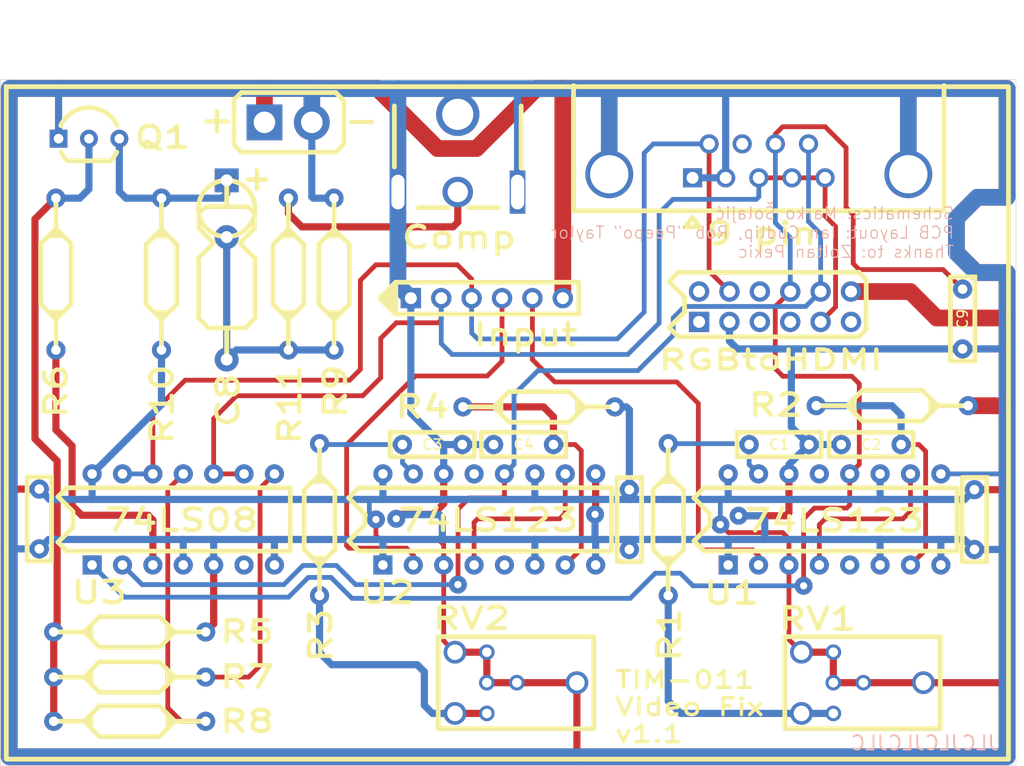
<source format=kicad_pcb>
(kicad_pcb (version 20240108) (generator "pcbnew") (generator_version "8.0")
  (layers (0 "F.Cu" signal) (31 "B.Cu" signal) (34 "B.Paste" user) (35 "F.Paste" user) (36 "B.SilkS" user "B.Silkscreen") (37 "F.SilkS" user "F.Silkscreen") (38 "B.Mask" user) (39 "F.Mask" user) (44 "Edge.Cuts" user))
  (net 0 "")
  (net 1 "GND")
  (net 2 "Net-(U1A-RCext)")
  (net 3 "Net-(U1B-RCext)")
  (net 4 "Net-(U2A-RCext)")
  (net 5 "Net-(U2B-RCext)")
  (net 6 "VID1")
  (net 7 "VSYNC_IN")
  (net 8 "VID2")
  (net 9 "HSYNC_IN")
  (net 10 "+5V")
  (net 11 "HSYNC_OUT")
  (net 12 "Net-(C8-Pad2)")
  (net 13 "Net-(Q1-E)")
  (net 14 "Net-(J3-In)")
  (net 15 "VSYNC_OUT")
  (net 18 "Net-(R1-Pad1)")
  (net 19 "Net-(R3-Pad1)")
  (net 20 "Net-(U1A-~{Q})")
  (net 24 "Net-(U2A-~{Q})")
  (net 31 "Net-(Q1-B)")
  (net 32 "CSYNC")
  (net 33 "VID1B")
  (net 34 "VID2B")
  (footprint "011TIM:Resistor 12.7mm" (layer "F.Cu") (at 59.215 112.225 -90)
    (property "Reference" "R8")
    (property "Value" "2K2")
  )
  (footprint "011TIM:DIP-14_W7.62mm" (layer "F.Cu") (at 62.515 99.08 90)
    (property "Reference" "U3")
    (property "Value" "74LS08")
  )
  (footprint "011TIM:Ceramic Cap 5.00mm" (layer "F.Cu") (at 135.29 75.985 -90)
    (property "Reference" "C9" (hide yes))
    (property "Value" "2n2" (hide yes))
  )
  (footprint "011TIM:TO-92_Inline_Wide" (layer "F.Cu") (at 59.72 63.4)
    (property "Reference" "Q1")
    (property "Value" "BC557")
  )
  (footprint "011TIM:Ceramic Cap 5.00mm" (layer "F.Cu") (at 117.45 88.985)
    (property "Reference" "C1" (hide yes))
    (property "Value" "1n" (hide yes))
  )
  (footprint "011TIM:PinHeader_1x06 2.54mm" (layer "F.Cu") (at 89.17 76.72)
    (property "Reference" "P1" (hide yes))
    (property "Value" "Input")
  )
  (footprint "011TIM:Resistor 12.7mm" (layer "F.Cu") (at 59.41 68.275 180)
    (property "Reference" "R6")
    (property "Value" "5K1")
  )
  (footprint "011TIM:RCA2" (layer "F.Cu") (at 93.09 67.855)
    (property "Reference" "J3" (hide yes))
    (property "Value" "Comp")
  )
  (footprint "011TIM:Resistor 12.7mm" (layer "F.Cu") (at 68.415 81.175)
    (property "Reference" "R10")
    (property "Value" "220R")
  )
  (footprint "011TIM:Ceramic Cap 5.00mm" (layer "F.Cu") (at 101.09 88.985 180)
    (property "Reference" "C4" (hide yes))
    (property "Value" "10n" (hide yes))
  )
  (footprint "011TIM:PinHeader_2x6_2.54mm" (layer "F.Cu") (at 113.1725 78.735)
    (property "Reference" "P2" (hide yes))
    (property "Value" "RGBtoHDMI")
  )
  (footprint "011TIM:TIM Multi Pot" (layer "F.Cu") (at 121.825 106.355)
    (property "Reference" "RV1")
    (property "Value" "50K" (hide yes))
  )
  (footprint "011TIM:TIM_DSUB-9" (layer "F.Cu") (at 112.715 66.675 180)
    (property "Reference" "J4" (hide yes))
    (property "Value" "9 pin")
  )
  (footprint "011TIM:Resistor 12.7mm" (layer "F.Cu") (at 110.775 101.71)
    (property "Reference" "R1")
    (property "Value" "3K3")
  )
  (footprint "011TIM:Resistor 12.7mm" (layer "F.Cu") (at 82.835 81.175)
    (property "Reference" "R9")
    (property "Value" "10K")
  )
  (footprint "011TIM:DIP-16_W7.62mm" (layer "F.Cu") (at 115.695 99.03 90)
    (property "Reference" "U1")
    (property "Value" "74LS123")
  )
  (footprint "011TIM:Ceramic Cap 5.00mm" (layer "F.Cu") (at 130.15 88.985 180)
    (property "Reference" "C2" (hide yes))
    (property "Value" "4n7" (hide yes))
  )
  (footprint "011TIM:Resistor 12.7mm" (layer "F.Cu") (at 59.215 104.75 -90)
    (property "Reference" "R5")
    (property "Value" "1K")
  )
  (footprint "011TIM:Resistor 12.7mm" (layer "F.Cu") (at 81.625 101.71)
    (property "Reference" "R3")
    (property "Value" "10K")
  )
  (footprint "011TIM:Resistor 12.7mm" (layer "F.Cu") (at 135.855 85.645 90)
    (property "Reference" "R2")
    (property "Value" "2k2")
  )
  (footprint "011TIM:Resistor 12.7mm" (layer "F.Cu") (at 79.025 81.175)
    (property "Reference" "R11")
    (property "Value" "68R")
  )
  (footprint "011TIM:Electrolytic Capacitor Axial or Radial Alt" (layer "F.Cu") (at 73.765 66.945)
    (property "Reference" "C8")
    (property "Value" "470uF 25v")
  )
  (footprint "011TIM:MountingHole_M2.5" (layer "F.Cu") (at 85.05 110.775)
    (property "Reference" "H3" (hide yes))
    (property "Value" "MountingHole" (hide yes))
  )
  (footprint "011TIM:Ceramic Cap 5.00mm" (layer "F.Cu") (at 136.2775 92.76 -90)
    (property "Reference" "C7" (hide yes))
    (property "Value" "100n" (hide yes))
  )
  (footprint "011TIM:TIM Multi Pot" (layer "F.Cu") (at 92.86 106.355)
    (property "Reference" "RV2")
    (property "Value" "100K" (hide yes))
  )
  (footprint "011TIM:MountingHole_M2.5" (layer "F.Cu") (at 137.45 71.428)
    (property "Reference" "H2" (hide yes))
    (property "Value" "MountingHole" (hide yes))
  )
  (footprint "011TIM:Ceramic Cap 5.00mm" (layer "F.Cu") (at 107.435 92.76 -90)
    (property "Reference" "C5" (hide yes))
    (property "Value" "100n" (hide yes))
  )
  (footprint "011TIM:3.96mm Header 2-Pin" (layer "F.Cu") (at 76.93 62.035)
    (property "Reference" "P3" (hide yes))
    (property "Value" "Power" (hide yes))
  )
  (footprint "011TIM:Ceramic Cap 5.00mm" (layer "F.Cu") (at 88.47 88.985)
    (property "Reference" "C3" (hide yes))
    (property "Value" "10n" (hide yes))
  )
  (footprint "011TIM:MountingHole_M2.5" (layer "F.Cu") (at 63.784 77.143)
    (property "Reference" "H1" (hide yes))
    (property "Value" "MountingHole" (hide yes))
  )
  (footprint "011TIM:Resistor 12.7mm" (layer "F.Cu") (at 59.215 108.525 -90)
    (property "Reference" "R7")
    (property "Value" "1K5")
  )
  (footprint "011TIM:Ceramic Cap 5.00mm" (layer "F.Cu") (at 58.1125 92.71 -90)
    (property "Reference" "C6" (hide yes))
    (property "Value" "100n" (hide yes))
  )
  (footprint "011TIM:DIP-16_W7.62mm" (layer "F.Cu") (at 86.835 99.03 90)
    (property "Reference" "U2")
    (property "Value" "74LS123")
  )
  (footprint "011TIM:Resistor 12.7mm" (layer "F.Cu") (at 106.325 85.745 90)
    (property "Reference" "R4")
    (property "Value" "47K")
  )
  (gr_rect (start 55.35 59.05) (end 139.125 115.3) (stroke (width 0.4)) (fill none) (layer "F.SilkS"))
  (gr_rect (start 54.85 58.45) (end 139.75 115.85) (stroke (width 0.05)) (fill none) (layer "Edge.Cuts"))
  (gr_text "JLCJLCJLCJLC" (at 138.4 114.65 0) (layer "B.SilkS") (effects (font (size 1.2 1.2)) (justify left bottom mirror)))
  (gr_text "Schematics: Marko Šolajić\nPCB Layout: Ian Cudlip, Rob {dblquote}Peepo{dblquote} Taylor\nThanks to: Zoltan Pekic" (at 134.65 73.45 0) (layer "B.SilkS") (effects (font (size 1 1) (thickness 0.1)) (justify left bottom mirror)))
  (gr_text "-" (at 83.39 63.185 0) (layer "F.SilkS") (effects (font (size 2.3 2.3) (thickness 0.36) (bold yes)) (justify left bottom)))
  (gr_text "+" (at 71.29 63.135 0) (layer "F.SilkS") (effects (font (size 2.3 2.3) (thickness 0.36) (bold yes)) (justify left bottom)))
  (gr_text "TIM-011\nVideo Fix\nv1.1" (at 106.075 114.025 0) (layer "F.SilkS") (effects (font (size 1.41 1.8) (thickness 0.28) (bold yes)) (justify left bottom)))
  (segment (start 88.317423 94.825) (end 91.025 94.825) (width 0.6) (layer "F.Cu") (net 1))
  (segment (start 116.571319 94.939774) (end 120.510226 94.939774) (width 0.6) (layer "F.Cu") (net 1))
  (segment (start 104.615 94.775) (end 104.565 94.825) (width 0.6) (layer "F.Cu") (net 1))
  (segment (start 120.510226 94.939774) (end 120.775 94.675) (width 0.6) (layer "F.Cu") (net 1))
  (segment (start 104.615 91.44) (end 104.615 94.775) (width 0.6) (layer "F.Cu") (net 1))
  (segment (start 72.685 99.06) (end 72.685 103.99) (width 0.6) (layer "F.Cu") (net 1))
  (segment (start 120.775 94.675) (end 120.775 91.44) (width 0.6) (layer "F.Cu") (net 1))
  (segment (start 91.025 94.825) (end 91.915 93.935) (width 0.6) (layer "F.Cu") (net 1))
  (segment (start 72.685 103.99) (end 72.015 104.66) (width 0.6) (layer "F.Cu") (net 1))
  (segment (start 87.949058 95.193365) (end 88.317423 94.825) (width 0.6) (layer "F.Cu") (net 1))
  (segment (start 91.915 93.935) (end 91.915 91.44) (width 0.6) (layer "F.Cu") (net 1))
  (via (at 104.565 94.825) (size 1.5) (drill 0.6) (layers "F.Cu" "B.Cu") (net 1))
  (via (at 87.949058 95.193365) (size 1.5) (drill 0.6) (layers "F.Cu" "B.Cu") (net 1))
  (via (at 116.571319 94.939774) (size 1.5) (drill 0.6) (layers "F.Cu" "B.Cu") (net 1))
  (segment (start 112.715 66.675) (end 112.525 66.675) (width 0.6) (layer "B.Cu") (net 1))
  (segment (start 72.685 96.94) (end 72.7 96.925) (width 0.6) (layer "B.Cu") (net 1))
  (segment (start 115.525 59.215) (end 130.725 59.215) (width 1.4) (layer "B.Cu") (net 1))
  (segment (start 55.6 97.75) (end 55.6 59.225) (width 1.4) (layer "B.Cu") (net 1))
  (segment (start 88.292423 94.85) (end 91.55 94.85) (width 0.6) (layer "B.Cu") (net 1))
  (segment (start 87.949058 95.193365) (end 88.292423 94.85) (width 0.6) (layer "B.Cu") (net 1))
  (segment (start 128.395 96.945) (end 128.375 96.925) (width 0.6) (layer "B.Cu") (net 1))
  (segment (start 138.96 91.44) (end 139 91.4) (width 0.4) (layer "B.Cu") (net 1))
  (segment (start 91.55 94.85) (end 91.8 95.1) (width 0.6) (layer "B.Cu") (net 1))
  (segment (start 86.835 99.06) (end 86.835 96.985) (width 0.6) (layer "B.Cu") (net 1))
  (segment (start 88.225 59.215) (end 93.175 59.215) (width 1.4) (layer "B.Cu") (net 1))
  (segment (start 93.175 59.215) (end 98.05 59.215) (width 1.4) (layer "B.Cu") (net 1))
  (segment (start 72.7 96.925) (end 70.175 96.925) (width 0.6) (layer "B.Cu") (net 1))
  (segment (start 88.09 67.865) (end 88.09 75.66) (width 1.4) (layer "B.Cu") (net 1))
  (segment (start 136.2775 97.76) (end 135.4425 96.925) (width 0.6) (layer "B.Cu") (net 1))
  (segment (start 70.145 99.06) (end 70.145 96.955) (width 0.6) (layer "B.Cu") (net 1))
  (segment (start 133.475 99.06) (end 133.475 96.95) (width 0.6) (layer "B.Cu") (net 1))
  (segment (start 138.935 80.985) (end 139 81.05) (width 0.6) (layer "B.Cu") (net 1))
  (segment (start 77.575 96.925) (end 72.7 96.925) (width 0.6) (layer "B.Cu") (net 1))
  (segment (start 105.755 59.31) (end 105.85 59.215) (width 1.4) (layer "B.Cu") (net 1))
  (segment (start 93.09 59.3) (end 93.175 59.215) (width 0.6) (layer "B.Cu") (net 1))
  (segment (start 118.389774 94.939774) (end 116.571319 94.939774) (width 0.6) (layer "B.Cu") (net 1))
  (segment (start 115.485 59.255) (end 115.525 59.215) (width 0.6) (layer "B.Cu") (net 1))
  (segment (start 72.685 99.06) (end 72.685 96.94) (width 0.6) (layer "B.Cu") (net 1))
  (segment (start 115.485 66.675) (end 115.485 59.255) (width 0.6) (layer "B.Cu") (net 1))
  (segment (start 77.765 97.115) (end 77.575 96.925) (width 0.6) (layer "B.Cu") (net 1))
  (segment (start 81 68.375) (end 80.89 68.265) (width 0.6) (layer "B.Cu") (net 1))
  (segment (start 93.47 88.985) (end 91.785 88.985) (width 0.6) (layer "B.Cu") (net 1))
  (segment (start 82.745 68.375) (end 81 68.375) (width 0.6) (layer "B.Cu") (net 1))
  (segment (start 91.915 91.44) (end 91.915 89.115) (width 0.6) (layer "B.Cu") (net 1))
  (segment (start 88.09 75.66) (end 89.17 76.74) (width 1.4) (layer "B.Cu") (net 1))
  (segment (start 55.625 59.2) (end 59.725 59.2) (width 1.4) (layer "B.Cu") (net 1))
  (segment (start 139 81.05) (end 139 91.4) (width 1.4) (layer "B.Cu") (net 1))
  (segment (start 139 68.3) (end 136.525 68.3) (width 1.4) (layer "B.Cu") (net 1))
  (segment (start 59.725 59.2) (end 80.875 59.2) (width 1.4) (layer "B.Cu") (net 1))
  (segment (start 86.835 96.985) (end 86.775 96.925) (width 0.6) (layer "B.Cu") (net 1))
  (segment (start 130.725 59.215) (end 139 59.215) (width 1.4) (layer "B.Cu") (net 1))
  (segment (start 139 91.4) (end 139 97.75) (width 1.4) (layer "B.Cu") (net 1))
  (segment (start 139 97.75) (end 139 115.1) (width 1.4) (layer "B.Cu") (net 1))
  (segment (start 128.395 99.06) (end 128.395 96.945) (width 0.6) (layer "B.Cu") (net 1))
  (segment (start 121.05 80.985) (end 135.29 80.985) (width 0.6) (layer "B.Cu") (net 1))
  (segment (start 80.89 59.215) (end 88.225 59.215) (width 1.4) (layer "B.Cu") (net 1))
  (segment (start 115.695 96.955) (end 115.725 96.925) (width 0.6) (layer "B.Cu") (net 1))
  (segment (start 93.47 88.985) (end 96.09 88.985) (width 0.6) (layer "B.Cu") (net 1))
  (segment (start 98.05 59.215) (end 105.85 59.215) (width 1.4) (layer "B.Cu") (net 1))
  (segment (start 139 115.1) (end 55.6 115.1) (width 1.4) (layer "B.Cu") (net 1))
  (segment (start 112.525 66.675) (end 112.225 66.375) (width 0.6) (layer "B.Cu") (net 1))
  (segment (start 118.75 96.925) (end 118.75 95.3) (width 0.6) (layer "B.Cu") (net 1))
  (segment (start 135.29 80.985) (end 138.935 80.985) (width 0.6) (layer "B.Cu") (net 1))
  (segment (start 77.765 99.06) (end 77.765 97.115) (width 0.6) (layer "B.Cu") (net 1))
  (segment (start 135.4425 96.925) (end 133.45 96.925) (width 0.6) (layer "B.Cu") (net 1))
  (segment (start 104.565 94.825) (end 104.565 96.89) (width 0.6) (layer "B.Cu") (net 1))
  (segment (start 107.435 97.76) (end 107.435 96.965) (width 0.6) (layer "B.Cu") (net 1))
  (segment (start 98.09 67.865) (end 98.09 59.255) (width 0.6) (layer "B.Cu") (net 1))
  (segment (start 133.475 96.95) (end 133.45 96.925) (width 0.6) (layer "B.Cu") (net 1))
  (segment (start 130.755 59.245) (end 130.725 59.215) (width 1.4) (layer "B.Cu") (net 1))
  (segment (start 118.75 95.3) (end 118.389774 94.939774) (width 0.6) (layer "B.Cu") (net 1))
  (segment (start 70.175 96.925) (end 58.8975 96.925) (width 0.6) (layer "B.Cu") (net 1))
  (segment (start 128.375 96.925) (end 118.75 96.925) (width 0.6) (layer "B.Cu") (net 1))
  (segment (start 86.775 96.925) (end 77.575 96.925) (width 0.6) (layer "B.Cu") (net 1))
  (segment (start 139 59.215) (end 139 68.3) (width 1.4) (layer "B.Cu") (net 1))
  (segment (start 91.915 89.115) (end 91.785 88.985) (width 0.6) (layer "B.Cu") (net 1))
  (segment (start 120.775 91.44) (end 120.775 90.66) (width 0.6) (layer "B.Cu") (net 1))
  (segment (start 70.145 96.955) (end 70.175 96.925) (width 0.6) (layer "B.Cu") (net 1))
  (segment (start 55.64 97.71) (end 55.6 97.75) (width 0.6) (layer "B.Cu") (net 1))
  (segment (start 80.89 62.035) (end 80.89 59.215) (width 1.4) (layer "B.Cu") (net 1))
  (segment (start 115.485 66.675) (end 112.715 66.675) (width 0.6) (layer "B.Cu") (net 1))
  (segment (start 59.72 59.205) (end 59.725 59.2) (width 0.6) (layer "B.Cu") (net 1))
  (segment (start 99.535 96.94) (end 99.55 96.925) (width 0.6) (layer "B.Cu") (net 1))
  (segment (start 89.17 86.37) (end 89.17 76.74) (width 0.6) (layer "B.Cu") (net 1))
  (segment (start 130.755 66.375) (end 130.755 59.245) (width 1.4) (layer "B.Cu") (net 1))
  (segment (start 122.45 88.985) (end 120.975 87.51) (width 0.6) (layer "B.Cu") (net 1))
  (segment (start 93.09 61.365) (end 93.09 59.3) (width 0.6) (layer "B.Cu") (net 1))
  (segment (start 116.46 80.985) (end 121.05 80.985) (width 0.6) (layer "B.Cu") (net 1))
  (segment (start 91.8 95.1) (end 91.8 96.925) (width 0.6) (layer "B.Cu") (net 1))
  (segment (start 91.785 88.985) (end 89.17 86.37) (width 0.6) (layer "B.Cu") (net 1))
  (segment (start 107.435 96.965) (end 107.475 96.925) (width 0.6) (layer "B.Cu") (net 1))
  (segment (start 122.45 88.985) (end 125.15 88.985) (width 0.6) (layer "B.Cu") (net 1))
  (segment (start 136.425 74.6) (end 139 74.6) (width 1.4) (layer "B.Cu") (net 1))
  (segment (start 58.8975 96.925) (end 58.1125 97.71) (width 0.6) (layer "B.Cu") (net 1))
  (segment (start 139 74.6) (end 139 81.05) (width 1.4) (layer "B.Cu") (net 1))
  (segment (start 91.8 96.925) (end 86.775 96.925) (width 0.6) (layer "B.Cu") (net 1))
  (segment (start 115.725 96.925) (end 107.475 96.925) (width 0.6) (layer "B.Cu") (net 1))
  (segment (start 88.09 67.865) (end 88.09 59.35) (width 1.4) (layer "B.Cu") (net 1))
  (segment (start 55.6 59.225) (end 55.625 59.2) (width 1.4) (layer "B.Cu") (net 1))
  (segment (start 80.89 68.265) (end 80.89 62.035) (width 0.6) (layer "B.Cu") (net 1))
  (segment (start 105.85 59.215) (end 115.525 59.215) (width 1.4) (layer "B.Cu") (net 1))
  (segment (start 59.72 63.4) (end 59.72 59.205) (width 0.6) (layer "B.Cu") (net 1))
  (segment (start 104.615 96.94) (end 104.6 96.925) (width 0.6) (layer "B.Cu") (net 1))
  (segment (start 136.525 68.3) (end 134.775 70.05) (width 1.4) (layer "B.Cu") (net 1))
  (segment (start 88.09 59.35) (end 88.225 59.215) (width 1.4) (layer "B.Cu") (net 1))
  (segment (start 134.775 72.95) (end 136.425 74.6) (width 1.4) (layer "B.Cu") (net 1))
  (segment (start 104.615 99.06) (end 104.615 96.94) (width 0.6) (layer "B.Cu") (net 1))
  (segment (start 120.775 90.66) (end 122.45 88.985) (width 0.6) (layer "B.Cu") (net 1))
  (segment (start 133.475 91.44) (end 138.96 91.44) (width 0.4) (layer "B.Cu") (net 1))
  (segment (start 120.975 87.51) (end 120.975 81.06) (width 0.6) (layer "B.Cu") (net 1))
  (segment (start 58.1125 97.71) (end 55.64 97.71) (width 0.6) (layer "B.Cu") (net 1))
  (segment (start 104.6 96.925) (end 99.55 96.925) (width 0.6) (layer "B.Cu") (net 1))
  (segment (start 115.8025 80.3275) (end 116.46 80.985) (width 0.6) (layer "B.Cu") (net 1))
  (segment (start 120.975 81.06) (end 121.05 80.985) (width 0.6) (layer "B.Cu") (net 1))
  (segment (start 138.99 97.76) (end 139 97.75) (width 0.6) (layer "B.Cu") (net 1))
  (segment (start 115.695 99.06) (end 115.695 96.955) (width 0.6) (layer "B.Cu") (net 1))
  (segment (start 105.755 66.375) (end 105.755 59.31) (width 1.4) (layer "B.Cu") (net 1))
  (segment (start 107.475 96.925) (end 104.6 96.925) (width 0.6) (layer "B.Cu") (net 1))
  (segment (start 55.6 115.1) (end 55.6 97.75) (width 1.4) (layer "B.Cu") (net 1))
  (segment (start 118.75 96.925) (end 115.725 96.925) (width 0.6) (layer "B.Cu") (net 1))
  (segment (start 115.8025 78.725) (end 115.8025 80.3275) (width 0.6) (layer "B.Cu") (net 1))
  (segment (start 99.55 96.925) (end 91.8 96.925) (width 0.6) (layer "B.Cu") (net 1))
  (segment (start 133.45 96.925) (end 128.375 96.925) (width 0.6) (layer "B.Cu") (net 1))
  (segment (start 99.535 99.06) (end 99.535 96.94) (width 0.6) (layer "B.Cu") (net 1))
  (segment (start 104.565 96.89) (end 104.6 96.925) (width 0.6) (layer "B.Cu") (net 1))
  (segment (start 134.775 70.05) (end 134.775 72.95) (width 1.4) (layer "B.Cu") (net 1))
  (segment (start 136.2775 97.76) (end 138.99 97.76) (width 0.6) (layer "B.Cu") (net 1))
  (segment (start 98.09 59.255) (end 98.05 59.215) (width 0.6) (layer "B.Cu") (net 1))
  (segment (start 117.375 88.91) (end 117.45 88.985) (width 0.4) (layer "B.Cu") (net 2))
  (segment (start 117.45 88.985) (end 117.45 90.655) (width 0.4) (layer "B.Cu") (net 2))
  (segment (start 110.685 88.91) (end 117.375 88.91) (width 0.4) (layer "B.Cu") (net 2))
  (segment (start 117.45 90.655) (end 118.235 91.44) (width 0.4) (layer "B.Cu") (net 2))
  (segment (start 130.935 99.06) (end 132.2 97.795) (width 0.4) (layer "F.Cu") (net 3))
  (segment (start 132.2 97.795) (end 132.2 89.55) (width 0.4) (layer "F.Cu") (net 3))
  (segment (start 131.635 88.985) (end 130.15 88.985) (width 0.4) (layer "F.Cu") (net 3))
  (segment (start 132.2 89.55) (end 131.635 88.985) (width 0.4) (layer "F.Cu") (net 3))
  (segment (start 129.385 85.735) (end 130.15 86.5) (width 0.6) (layer "B.Cu") (net 3))
  (segment (start 130.15 86.5) (end 130.15 88.985) (width 0.6) (layer "B.Cu") (net 3))
  (segment (start 123.055 85.735) (end 129.385 85.735) (width 0.6) (layer "B.Cu") (net 3))
  (segment (start 88.47 90.535) (end 89.375 91.44) (width 0.4) (layer "B.Cu") (net 4))
  (segment (start 88.47 88.985) (end 81.61 88.985) (width 0.4) (layer "B.Cu") (net 4))
  (segment (start 88.47 88.985) (end 88.47 90.535) (width 0.4) (layer "B.Cu") (net 4))
  (segment (start 81.61 88.985) (end 81.535 88.91) (width 0.4) (layer "B.Cu") (net 4))
  (segment (start 103.415 97.72) (end 103.415 89.5) (width 0.4) (layer "F.Cu") (net 5))
  (segment (start 102.075 99.06) (end 103.415 97.72) (width 0.4) (layer "F.Cu") (net 5))
  (segment (start 101.09 86.665) (end 101.09 88.985) (width 0.6) (layer "F.Cu") (net 5))
  (segment (start 93.525 85.835) (end 100.26 85.835) (width 0.6) (layer "F.Cu") (net 5))
  (segment (start 100.26 85.835) (end 101.09 86.665) (width 0.6) (layer "F.Cu") (net 5))
  (segment (start 102.9 88.985) (end 101.09 88.985) (width 0.4) (layer "F.Cu") (net 5))
  (segment (start 103.415 89.5) (end 102.9 88.985) (width 0.4) (layer "F.Cu") (net 5))
  (segment (start 86.65 83.4) (end 86.65 80.1) (width 0.4) (layer "F.Cu") (net 6))
  (segment (start 87.95 78.8) (end 91.45 78.8) (width 0.4) (layer "F.Cu") (net 6))
  (segment (start 85.15 84.9) (end 86.65 83.4) (width 0.4) (layer "F.Cu") (net 6))
  (segment (start 86.65 80.1) (end 87.95 78.8) (width 0.4) (layer "F.Cu") (net 6))
  (segment (start 91.71 78.54) (end 91.71 76.74) (width 0.4) (layer "F.Cu") (net 6))
  (segment (start 123.795 69.87) (end 124.6725 70.7475) (width 0.4) (layer "F.Cu") (net 6))
  (segment (start 123.795 66.675) (end 123.795 69.87) (width 0.4) (layer "F.Cu") (net 6))
  (segment (start 91.45 78.8) (end 91.71 78.54) (width 0.4) (layer "F.Cu") (net 6))
  (segment (start 74.6 84.9) (end 85.15 84.9) (width 0.4) (layer "F.Cu") (net 6))
  (segment (start 123.795 66.675) (end 118.255 66.675) (width 0.4) (layer "F.Cu") (net 6))
  (segment (start 72.685 91.44) (end 72.685 86.815) (width 0.4) (layer "F.Cu") (net 6))
  (segment (start 124.6725 70.7475) (end 124.6725 77.475) (width 0.4) (layer "F.Cu") (net 6))
  (segment (start 72.685 86.815) (end 74.6 84.9) (width 0.4) (layer "F.Cu") (net 6))
  (segment (start 75.225 91.44) (end 72.685 91.44) (width 0.4) (layer "F.Cu") (net 6))
  (segment (start 124.6725 77.475) (end 123.4225 78.725) (width 0.4) (layer "F.Cu") (net 6))
  (segment (start 109.925 69.625) (end 111.075 68.475) (width 0.4) (layer "B.Cu") (net 6))
  (segment (start 91.71 76.74) (end 91.71 80.535) (width 0.4) (layer "B.Cu") (net 6))
  (segment (start 107.3 81.45) (end 109.925 78.825) (width 0.4) (layer "B.Cu") (net 6))
  (segment (start 118.05 68.475) (end 118.255 68.27) (width 0.4) (layer "B.Cu") (net 6))
  (segment (start 109.925 78.825) (end 109.925 69.625) (width 0.4) (layer "B.Cu") (net 6))
  (segment (start 92.625 81.45) (end 107.3 81.45) (width 0.4) (layer "B.Cu") (net 6))
  (segment (start 91.71 80.535) (end 92.625 81.45) (width 0.4) (layer "B.Cu") (net 6))
  (segment (start 118.255 68.27) (end 118.255 66.675) (width 0.4) (layer "B.Cu") (net 6))
  (segment (start 111.075 68.475) (end 118.05 68.475) (width 0.4) (layer "B.Cu") (net 6))
  (segment (start 83.8 97.45) (end 84 97.65) (width 0.4) (layer "F.Cu") (net 7))
  (segment (start 84 97.65) (end 88.8 97.65) (width 0.4) (layer "F.Cu") (net 7))
  (segment (start 95.55 83.25) (end 89.55 83.25) (width 0.4) (layer "F.Cu") (net 7))
  (segment (start 89.55 83.25) (end 83.8 89) (width 0.4) (layer "F.Cu") (net 7))
  (segment (start 89.375 98.225) (end 89.375 99.06) (width 0.4) (layer "F.Cu") (net 7))
  (segment (start 83.8 89) (end 83.8 97.45) (width 0.4) (layer "F.Cu") (net 7))
  (segment (start 96.79 76.74) (end 96.79 82.01) (width 0.4) (layer "F.Cu") (net 7))
  (segment (start 88.8 97.65) (end 89.375 98.225) (width 0.4) (layer "F.Cu") (net 7))
  (segment (start 96.79 82.01) (end 95.55 83.25) (width 0.4) (layer "F.Cu") (net 7))
  (segment (start 67.605 86.295) (end 70.3 83.6) (width 0.4) (layer "F.Cu") (net 8))
  (segment (start 114.1 74.4825) (end 115.8025 76.185) (width 0.4) (layer "F.Cu") (net 8))
  (segment (start 70.3 83.6) (end 84.05 83.6) (width 0.4) (layer "F.Cu") (net 8))
  (segment (start 67.605 91.44) (end 67.605 86.295) (width 0.4) (layer "F.Cu") (net 8))
  (segment (start 84.95 75.25) (end 86.25 73.95) (width 0.4) (layer "F.Cu") (net 8))
  (segment (start 94.25 75.15) (end 94.25 76.74) (width 0.4) (layer "F.Cu") (net 8))
  (segment (start 84.05 83.6) (end 84.95 82.7) (width 0.4) (layer "F.Cu") (net 8))
  (segment (start 86.25 73.95) (end 93.05 73.95) (width 0.4) (layer "F.Cu") (net 8))
  (segment (start 84.95 82.7) (end 84.95 75.25) (width 0.4) (layer "F.Cu") (net 8))
  (segment (start 114.1 63.835) (end 114.1 74.4825) (width 0.4) (layer "F.Cu") (net 8))
  (segment (start 93.05 73.95) (end 94.25 75.15) (width 0.4) (layer "F.Cu") (net 8))
  (segment (start 106.425 80.15) (end 108.675 77.9) (width 0.4) (layer "B.Cu") (net 8))
  (segment (start 94.25 79.65) (end 94.75 80.15) (width 0.4) (layer "B.Cu") (net 8))
  (segment (start 108.675 64.6) (end 109.44 63.835) (width 0.4) (layer "B.Cu") (net 8))
  (segment (start 94.75 80.15) (end 106.425 80.15) (width 0.4) (layer "B.Cu") (net 8))
  (segment (start 109.44 63.835) (end 114.1 63.835) (width 0.4) (layer "B.Cu") (net 8))
  (segment (start 94.25 76.74) (end 94.25 79.65) (width 0.4) (layer "B.Cu") (net 8))
  (segment (start 108.675 77.9) (end 108.675 64.6) (width 0.4) (layer "B.Cu") (net 8))
  (segment (start 65.065 91.44) (end 67.605 91.44) (width 0.4) (layer "B.Cu") (net 8))
  (segment (start 117.75 97.8) (end 118.235 98.285) (width 0.4) (layer "F.Cu") (net 9))
  (segment (start 99.33 76.74) (end 99.33 81.88) (width 0.4) (layer "F.Cu") (net 9))
  (segment (start 113.2 97.4) (end 113.6 97.8) (width 0.4) (layer "F.Cu") (net 9))
  (segment (start 99.33 81.88) (end 101.2 83.75) (width 0.4) (layer "F.Cu") (net 9))
  (segment (start 113.2 85.55) (end 113.2 97.4) (width 0.4) (layer "F.Cu") (net 9))
  (segment (start 111.4 83.75) (end 113.2 85.55) (width 0.4) (layer "F.Cu") (net 9))
  (segment (start 113.6 97.8) (end 117.75 97.8) (width 0.4) (layer "F.Cu") (net 9))
  (segment (start 118.235 98.285) (end 118.235 99.06) (width 0.4) (layer "F.Cu") (net 9))
  (segment (start 101.2 83.75) (end 111.4 83.75) (width 0.4) (layer "F.Cu") (net 9))
  (segment (start 139 78.4) (end 139 85.75) (width 1.4) (layer "F.Cu") (net 10))
  (segment (start 55.625 59.2) (end 76.975 59.2) (width 1.4) (layer "F.Cu") (net 10))
  (segment (start 133.125 78.4) (end 139 78.4) (width 1.4) (layer "F.Cu") (net 10))
  (segment (start 139 109) (end 139 115.1) (width 1.4) (layer "F.Cu") (net 10))
  (segment (start 120.775 96.875) (end 120.25 96.35) (width 0.4) (layer "F.Cu") (net 10))
  (segment (start 124.485 108.905) (end 126.995 108.905) (width 0.6) (layer "F.Cu") (net 10))
  (segment (start 134.775 70.05) (end 134.775 72.925) (width 1.4) (layer "F.Cu") (net 10))
  (segment (start 55.6 115.1) (end 55.6 92.725) (width 1.4) (layer "F.Cu") (net 10))
  (segment (start 76.93 62.035) (end 76.93 59.2) (width 1.4) (layer "F.Cu") (net 10))
  (segment (start 132.015 108.905) (end 138.905 108.905) (width 0.6) (layer "F.Cu") (net 10))
  (segment (start 120.25 96.35) (end 115.713527 96.35) (width 0.4) (layer "F.Cu") (net 10))
  (segment (start 101.8 59.2) (end 139 59.2) (width 1.4) (layer "F.Cu") (net 10))
  (segment (start 103.05 115.1) (end 55.6 115.1) (width 1.4) (layer "F.Cu") (net 10))
  (segment (start 120.775 99.06) (end 120.775 105.305) (width 0.4) (layer "F.Cu") (net 10))
  (segment (start 138.96 92.76) (end 139 92.8) (width 0.6) (layer "F.Cu") (net 10))
  (segment (start 94.65 64.225) (end 99.675 59.2) (width 1.4) (layer "F.Cu") (net 10))
  (segment (start 139 92.8) (end 139 109) (width 1.4) (layer "F.Cu") (net 10))
  (segment (start 137.95 85.75) (end 137.935 85.735) (width 1.4) (layer "F.Cu") (net 10))
  (segment (start 91.5 96.95) (end 91.915 97.365) (width 0.4) (layer "F.Cu") (net 10))
  (segment (start 139 59.2) (end 139 68.3) (width 1.4) (layer "F.Cu") (net 10))
  (segment (start 95.52 108.905) (end 98.03 108.905) (width 0.6) (layer "F.Cu") (net 10))
  (segment (start 138.905 108.905) (end 139 109) (width 0.6) (layer "F.Cu") (net 10))
  (segment (start 95.52 106.355) (end 95.52 108.905) (width 0.6) (layer "F.Cu") (net 10))
  (segment (start 101.87 59.27) (end 101.8 59.2) (width 1.4) (layer "F.Cu") (net 10))
  (segment (start 124.485 106.355) (end 124.485 108.905) (width 0.6) (layer "F.Cu") (net 10))
  (segment (start 136.2775 92.76) (end 138.96 92.76) (width 0.6) (layer "F.Cu") (net 10))
  (segment (start 99.675 59.2) (end 101.8 59.2) (width 1.4) (layer "F.Cu") (net 10))
  (segment (start 101.87 76.74) (end 101.87 59.27) (width 1.4) (layer "F.Cu") (net 10))
  (segment (start 139 85.75) (end 139 92.8) (width 1.4) (layer "F.Cu") (net 10))
  (segment (start 76.93 59.2) (end 86.375 59.2) (width 1.4) (layer "F.Cu") (net 10))
  (segment (start 55.615 92.71) (end 55.6 92.725) (width 0.6) (layer "F.Cu") (net 10))
  (segment (start 58.1125 92.71) (end 55.615 92.71) (width 0.6) (layer "F.Cu") (net 10))
  (segment (start 86.25 96.6) (end 86.6 96.95) (width 0.4) (layer "F.Cu") (net 10))
  (segment (start 139 85.75) (end 137.95 85.75) (width 1.4) (layer "F.Cu") (net 10))
  (segment (start 139 115.1) (end 103.05 115.1) (width 1.4) (layer "F.Cu") (net 10))
  (segment (start 130.91 76.185) (end 133.125 78.4) (width 1.4) (layer "F.Cu") (net 10))
  (segment (start 139 68.3) (end 136.525 68.3) (width 1.4) (layer "F.Cu") (net 10))
  (segment (start 86.6 96.95) (end 91.5 96.95) (width 0.4) (layer "F.Cu") (net 10))
  (segment (start 98.03 108.905) (end 103.05 108.905) (width 0.6) (layer "F.Cu") (net 10))
  (segment (start 86.375 59.2) (end 91.4 64.225) (width 1.4) (layer "F.Cu") (net 10))
  (segment (start 115.713527 96.35) (end 115.038527 95.675) (width 0.4) (layer "F.Cu") (net 10))
  (segment (start 125.9625 76.185) (end 130.91 76.185) (width 1.4) (layer "F.Cu") (net 10))
  (segment (start 91.915 97.365) (end 91.915 99.06) (width 0.4) (layer "F.Cu") (net 10))
  (segment (start 139 74.6) (end 139 78.4) (width 1.4) (layer "F.Cu") (net 10))
  (segment (start 121.825 106.355) (end 124.485 106.355) (width 0.6) (layer "F.Cu") (net 10))
  (segment (start 137.935 85.735) (end 135.755 85.735) (width 1.4) (layer "F.Cu") (net 10))
  (segment (start 55.6 59.225) (end 55.625 59.2) (width 1.4) (layer "F.Cu") (net 10))
  (segment (start 134.775 72.925) (end 136.45 74.6) (width 1.4) (layer "F.Cu") (net 10))
  (segment (start 91.915 99.06) (end 91.915 105.41) (width 0.4) (layer "F.Cu") (net 10))
  (segment (start 126.995 108.905) (end 132.015 108.905) (width 0.6) (layer "F.Cu") (net 10))
  (segment (start 55.6 92.725) (end 55.6 59.225) (width 1.4) (layer "F.Cu") (net 10))
  (segment (start 136.525 68.3) (end 134.775 70.05) (width 1.4) (layer "F.Cu") (net 10))
  (segment (start 136.45 74.6) (end 139 74.6) (width 1.4) (layer "F.Cu") (net 10))
  (segment (start 120.775 99.06) (end 120.775 96.875) (width 0.4) (layer "F.Cu") (net 10))
  (segment (start 92.86 106.355) (end 95.52 106.355) (width 0.6) (layer "F.Cu") (net 10))
  (segment (start 86.25 95.25) (end 86.25 96.6) (width 0.4) (layer "F.Cu") (net 10))
  (segment (start 91.915 105.41) (end 92.86 106.355) (width 0.4) (layer "F.Cu") (net 10))
  (segment (start 120.775 105.305) (end 121.825 106.355) (width 0.4) (layer "F.Cu") (net 10))
  (segment (start 103.05 108.905) (end 103.05 115.1) (width 0.6) (layer "F.Cu") (net 10))
  (segment (start 91.4 64.225) (end 94.65 64.225) (width 1.4) (layer "F.Cu") (net 10))
  (via (at 86.25 95.25) (size 1.5) (drill 0.6) (layers "F.Cu" "B.Cu") (net 10))
  (via (at 115.038527 95.675) (size 1.5) (drill 0.6) (layers "F.Cu" "B.Cu") (net 10))
  (segment (start 115.6 93.575) (end 128.25 93.575) (width 0.6) (layer "B.Cu") (net 10))
  (segment (start 115.1 93.575) (end 115.6 93.575) (width 0.6) (layer "B.Cu") (net 10))
  (segment (start 85.7 94.7) (end 85.7 93.575) (width 0.4) (layer "B.Cu") (net 10))
  (segment (start 62.475 93.575) (end 85.7 93.575) (width 0.6) (layer "B.Cu") (net 10))
  (segment (start 107.475 93.575) (end 115.1 93.575) (width 0.6) (layer "B.Cu") (net 10))
  (segment (start 107.435 86.085) (end 107.435 92.76) (width 0.6) (layer "B.Cu") (net 10))
  (segment (start 128.395 91.44) (end 128.395 93.43) (width 0.6) (layer "B.Cu") (net 10))
  (segment (start 86.825 93.575) (end 99.5 93.575) (width 0.6) (layer "B.Cu") (net 10))
  (segment (start 136.2775 92.9975) (end 136.2775 92.76) (width 0.6) (layer "B.Cu") (net 10))
  (segment (start 115.038527 93.636473) (end 115.1 93.575) (width 0.4) (layer "B.Cu") (net 10))
  (segment (start 86.835 91.44) (end 86.835 93.565) (width 0.6) (layer "B.Cu") (net 10))
  (segment (start 128.25 93.575) (end 135.4625 93.575) (width 0.6) (layer "B.Cu") (net 10))
  (segment (start 62.525 93.525) (end 62.475 93.575) (width 0.6) (layer "B.Cu") (net 10))
  (segment (start 99.535 93.54) (end 99.5 93.575) (width 0.6) (layer "B.Cu") (net 10))
  (segment (start 135.4625 93.575) (end 136.2775 92.76) (width 0.6) (layer "B.Cu") (net 10))
  (segment (start 115.695 91.44) (end 115.695 93.48) (width 0.6) (layer "B.Cu") (net 10))
  (segment (start 115.038527 95.675) (end 115.038527 93.636473) (width 0.4) (layer "B.Cu") (net 10))
  (segment (start 86.835 93.565) (end 86.825 93.575) (width 0.6) (layer "B.Cu") (net 10))
  (segment (start 115.695 93.48) (end 115.6 93.575) (width 0.6) (layer "B.Cu") (net 10))
  (segment (start 99.535 91.44) (end 99.535 93.54) (width 0.6) (layer "B.Cu") (net 10))
  (segment (start 99.5 93.575) (end 107.475 93.575) (width 0.6) (layer "B.Cu") (net 10))
  (segment (start 58.9775 93.575) (end 62.475 93.575) (width 0.6) (layer "B.Cu") (net 10))
  (segment (start 86.25 95.25) (end 85.7 94.7) (width 0.4) (layer "B.Cu") (net 10))
  (segment (start 58.1125 92.71) (end 58.9775 93.575) (width 0.6) (layer "B.Cu") (net 10))
  (segment (start 107.435 93.535) (end 107.475 93.575) (width 0.6) (layer "B.Cu") (net 10))
  (segment (start 128.395 93.43) (end 128.25 93.575) (width 0.6) (layer "B.Cu") (net 10))
  (segment (start 85.7 93.575) (end 86.825 93.575) (width 0.6) (layer "B.Cu") (net 10))
  (segment (start 62.525 91.44) (end 68.325 85.64) (width 0.6) (layer "B.Cu") (net 10))
  (segment (start 68.325 85.64) (end 68.325 81.075) (width 0.6) (layer "B.Cu") (net 10))
  (segment (start 62.525 91.44) (end 62.525 93.525) (width 0.6) (layer "B.Cu") (net 10))
  (segment (start 106.225 85.835) (end 107.185 85.835) (width 0.6) (layer "B.Cu") (net 10))
  (segment (start 107.185 85.835) (end 107.435 86.085) (width 0.6) (layer "B.Cu") (net 10))
  (segment (start 107.435 92.76) (end 107.435 93.535) (width 0.6) (layer "B.Cu") (net 10))
  (segment (start 125.55 64.15) (end 125.55 69.15) (width 0.4) (layer "F.Cu") (net 11))
  (segment (start 126.654999 90.640001) (end 126.654999 83.904999) (width 0.4) (layer "F.Cu") (net 11))
  (segment (start 125.6 94.3) (end 125.855 94.045) (width 0.4) (layer "F.Cu") (net 11))
  (segment (start 125.855 94.045) (end 125.855 91.44) (width 0.4) (layer "F.Cu") (net 11))
  (segment (start 125.55 69.15) (end 126.15 69.75) (width 0.4) (layer "F.Cu") (net 11))
  (segment (start 133.655 74.35) (end 135.29 75.985) (width 0.4) (layer "F.Cu") (net 11))
  (segment (start 120.25 62.4) (end 123.8 62.4) (width 0.4) (layer "F.Cu") (net 11))
  (segment (start 123.8 62.4) (end 125.55 64.15) (width 0.4) (layer "F.Cu") (net 11))
  (segment (start 126.15 69.75) (end 126.15 73.85) (width 0.4) (layer "F.Cu") (net 11))
  (segment (start 119.6325 82.6325) (end 119.6325 77.435) (width 0.4) (layer "F.Cu") (net 11))
  (segment (start 125.855 91.44) (end 126.654999 90.640001) (width 0.4) (layer "F.Cu") (net 11))
  (segment (start 119.64 63.01) (end 120.25 62.4) (width 0.4) (layer "F.Cu") (net 11))
  (segment (start 119.6325 77.435) (end 120.8825 76.185) (width 0.4) (layer "F.Cu") (net 11))
  (segment (start 122.9 94.3) (end 125.6 94.3) (width 0.4) (layer "F.Cu") (net 11))
  (segment (start 126.025 83.275) (end 120.275 83.275) (width 0.4) (layer "F.Cu") (net 11))
  (segment (start 122 95.2) (end 122.9 94.3) (width 0.4) (layer "F.Cu") (net 11))
  (segment (start 122 100.8) (end 122 95.2) (width 0.4) (layer "F.Cu") (net 11))
  (segment (start 126.65 74.35) (end 133.655 74.35) (width 0.4) (layer "F.Cu") (net 11))
  (segment (start 126.654999 83.904999) (end 126.025 83.275) (width 0.4) (layer "F.Cu") (net 11))
  (segment (start 120.275 83.275) (end 119.6325 82.6325) (width 0.4) (layer "F.Cu") (net 11))
  (segment (start 126.15 73.85) (end 126.65 74.35) (width 0.4) (layer "F.Cu") (net 11))
  (segment (start 119.64 63.835) (end 119.64 63.01) (width 0.4) (layer "F.Cu") (net 11))
  (via (at 122 100.8) (size 1.5) (drill 0.6) (layers "F.Cu" "B.Cu") (net 11))
  (segment (start 65.215 101.75) (end 78.95 101.75) (width 0.4) (layer "B.Cu") (net 11))
  (segment (start 109.6 99.75) (end 111.7 99.75) (width 0.4) (layer "B.Cu") (net 11))
  (segment (start 107.5 101.85) (end 109.6 99.75) (width 0.4) (layer "B.Cu") (net 11))
  (segment (start 80.6 100.1) (end 82.5 100.1) (width 0.4) (layer "B.Cu") (net 11))
  (segment (start 111.7 99.75) (end 112.75 100.8) (width 0.4) (layer "B.Cu") (net 11))
  (segment (start 119.64 70.44) (end 119.64 63.835) (width 0.4) (layer "B.Cu") (net 11))
  (segment (start 82.5 100.1) (end 84.25 101.85) (width 0.4) (layer "B.Cu") (net 11))
  (segment (start 62.525 99.06) (end 65.215 101.75) (width 0.4) (layer "B.Cu") (net 11))
  (segment (start 120.8825 71.6825) (end 119.64 70.44) (width 0.4) (layer "B.Cu") (net 11))
  (segment (start 120.8825 76.185) (end 120.8825 71.6825) (width 0.4) (layer "B.Cu") (net 11))
  (segment (start 84.25 101.85) (end 107.5 101.85) (width 0.4) (layer "B.Cu") (net 11))
  (segment (start 112.75 100.8) (end 122 100.8) (width 0.4) (layer "B.Cu") (net 11))
  (segment (start 78.95 101.75) (end 80.6 100.1) (width 0.4) (layer "B.Cu") (net 11))
  (segment (start 78.935 81.075) (end 74.575 81.075) (width 0.6) (layer "B.Cu") (net 12))
  (segment (start 74.575 81.075) (end 73.775 81.875) (width 0.6) (layer "B.Cu") (net 12))
  (segment (start 82.745 81.075) (end 78.935 81.075) (width 0.6) (layer "B.Cu") (net 12))
  (segment (start 73.775 71.635) (end 73.775 81.875) (width 0.6) (layer "B.Cu") (net 12))
  (segment (start 73.775 68) (end 73.4 68.375) (width 0.6) (layer "B.Cu") (net 13))
  (segment (start 73.775 66.885) (end 73.775 68) (width 0.6) (layer "B.Cu") (net 13))
  (segment (start 64.8 67.825) (end 64.8 63.4) (width 0.6) (layer "B.Cu") (net 13))
  (segment (start 65.35 68.375) (end 64.8 67.825) (width 0.6) (layer "B.Cu") (net 13))
  (segment (start 68.325 68.375) (end 65.35 68.375) (width 0.6) (layer "B.Cu") (net 13))
  (segment (start 73.4 68.375) (end 68.325 68.375) (width 0.6) (layer "B.Cu") (net 13))
  (segment (start 78.935 69.66) (end 80.05 70.775) (width 0.6) (layer "F.Cu") (net 14))
  (segment (start 80.05 70.775) (end 92.7 70.775) (width 0.6) (layer "F.Cu") (net 14))
  (segment (start 78.935 68.375) (end 78.935 69.66) (width 0.6) (layer "F.Cu") (net 14))
  (segment (start 93.09 70.385) (end 93.09 67.865) (width 0.6) (layer "F.Cu") (net 14))
  (segment (start 92.7 70.775) (end 93.09 70.385) (width 0.6) (layer "F.Cu") (net 14))
  (segment (start 93.115 94.385) (end 94.05 93.45) (width 0.4) (layer "F.Cu") (net 15))
  (segment (start 93.1 100.7) (end 93.115 100.685) (width 0.4) (layer "F.Cu") (net 15))
  (segment (start 93.115 100.685) (end 93.115 94.385) (width 0.4) (layer "F.Cu") (net 15))
  (segment (start 96.8 93.45) (end 96.995 93.255) (width 0.4) (layer "F.Cu") (net 15))
  (segment (start 94.05 93.45) (end 96.8 93.45) (width 0.4) (layer "F.Cu") (net 15))
  (segment (start 96.995 93.255) (end 96.995 91.44) (width 0.4) (layer "F.Cu") (net 15))
  (via (at 93.1 100.7) (size 1.5) (drill 0.6) (layers "F.Cu" "B.Cu") (net 15))
  (segment (start 82.95 99.1) (end 84.55 100.7) (width 0.4) (layer "B.Cu") (net 15))
  (segment (start 99.8 82.8) (end 108.15 82.8) (width 0.4) (layer "B.Cu") (net 15))
  (segment (start 96.995 91.44) (end 97.794999 90.640001) (width 0.4) (layer "B.Cu") (net 15))
  (segment (start 108.15 82.8) (end 111.1 79.85) (width 0.4) (layer "B.Cu") (net 15))
  (segment (start 97.794999 90.640001) (end 97.794999 84.805001) (width 0.4) (layer "B.Cu") (net 15))
  (segment (start 111.1 78.3875) (end 112.0525 77.435) (width 0.4) (layer "B.Cu") (net 15))
  (segment (start 84.55 100.7) (end 93.1 100.7) (width 0.4) (layer "B.Cu") (net 15))
  (segment (start 66.705 100.7) (end 78.55 100.7) (width 0.4) (layer "B.Cu") (net 15))
  (segment (start 112.0525 77.435) (end 122.1725 77.435) (width 0.4) (layer "B.Cu") (net 15))
  (segment (start 80.15 99.1) (end 82.95 99.1) (width 0.4) (layer "B.Cu") (net 15))
  (segment (start 122.41 70.335) (end 122.41 63.835) (width 0.4) (layer "B.Cu") (net 15))
  (segment (start 123.4225 76.185) (end 123.4225 71.3475) (width 0.4) (layer "B.Cu") (net 15))
  (segment (start 111.1 79.85) (end 111.1 78.3875) (width 0.4) (layer "B.Cu") (net 15))
  (segment (start 122.1725 77.435) (end 123.4225 76.185) (width 0.4) (layer "B.Cu") (net 15))
  (segment (start 123.4225 71.3475) (end 122.41 70.335) (width 0.4) (layer "B.Cu") (net 15))
  (segment (start 65.065 99.06) (end 66.705 100.7) (width 0.4) (layer "B.Cu") (net 15))
  (segment (start 97.794999 84.805001) (end 99.8 82.8) (width 0.4) (layer "B.Cu") (net 15))
  (segment (start 78.55 100.7) (end 80.15 99.1) (width 0.4) (layer "B.Cu") (net 15))
  (segment (start 121.825 111.475) (end 124.485 111.475) (width 0.6) (layer "B.Cu") (net 18))
  (segment (start 110.685 110.435) (end 111.725 111.475) (width 0.6) (layer "B.Cu") (net 18))
  (segment (start 111.725 111.475) (end 121.825 111.475) (width 0.6) (layer "B.Cu") (net 18))
  (segment (start 110.685 101.61) (end 110.685 110.435) (width 0.6) (layer "B.Cu") (net 18))
  (segment (start 92.86 111.475) (end 95.52 111.475) (width 0.6) (layer "F.Cu") (net 19))
  (segment (start 90.3 110.8) (end 90.975 111.475) (width 0.6) (layer "B.Cu") (net 19))
  (segment (start 89.7 107.4) (end 90.3 108) (width 0.6) (layer "B.Cu") (net 19))
  (segment (start 82.55 107.4) (end 89.7 107.4) (width 0.6) (layer "B.Cu") (net 19))
  (segment (start 90.3 108) (end 90.3 110.8) (width 0.6) (layer "B.Cu") (net 19))
  (segment (start 81.535 101.61) (end 81.535 106.385) (width 0.6) (layer "B.Cu") (net 19))
  (segment (start 90.975 111.475) (end 92.86 111.475) (width 0.6) (layer "B.Cu") (net 19))
  (segment (start 81.535 106.385) (end 82.55 107.4) (width 0.6) (layer "B.Cu") (net 19))
  (segment (start 123.315 95.685) (end 123.8 95.2) (width 0.4) (layer "F.Cu") (net 20))
  (segment (start 123.315 99.06) (end 123.315 95.685) (width 0.4) (layer "F.Cu") (net 20))
  (segment (start 123.8 95.2) (end 130.3 95.2) (width 0.4) (layer "F.Cu") (net 20))
  (segment (start 130.935 94.565) (end 130.935 91.44) (width 0.4) (layer "F.Cu") (net 20))
  (segment (start 130.3 95.2) (end 130.935 94.565) (width 0.4) (layer "F.Cu") (net 20))
  (segment (start 94.455 99.06) (end 94.455 95.495) (width 0.4) (layer "F.Cu") (net 24))
  (segment (start 94.75 95.2) (end 101.6 95.2) (width 0.4) (layer "F.Cu") (net 24))
  (segment (start 102.075 94.725) (end 102.075 91.44) (width 0.4) (layer "F.Cu") (net 24))
  (segment (start 94.455 95.495) (end 94.75 95.2) (width 0.4) (layer "F.Cu") (net 24))
  (segment (start 101.6 95.2) (end 102.075 94.725) (width 0.4) (layer "F.Cu") (net 24))
  (segment (start 57.75 70.125) (end 57.75 88.5) (width 0.6) (layer "F.Cu") (net 31))
  (segment (start 59.6 90.35) (end 59.6 104.375) (width 0.6) (layer "F.Cu") (net 31))
  (segment (start 59.315 108.435) (end 59.315 112.135) (width 0.6) (layer "F.Cu") (net 31))
  (segment (start 59.6 104.375) (end 59.315 104.66) (width 0.6) (layer "F.Cu") (net 31))
  (segment (start 57.75 88.5) (end 59.6 90.35) (width 0.6) (layer "F.Cu") (net 31))
  (segment (start 59.5 68.375) (end 57.75 70.125) (width 0.6) (layer "F.Cu") (net 31))
  (segment (start 59.315 104.66) (end 59.315 108.435) (width 0.6) (layer "F.Cu") (net 31))
  (segment (start 62.26 67.615) (end 61.5 68.375) (width 0.6) (layer "B.Cu") (net 31))
  (segment (start 62.26 63.4) (end 62.26 67.615) (width 0.6) (layer "B.Cu") (net 31))
  (segment (start 61.5 68.375) (end 59.5 68.375) (width 0.6) (layer "B.Cu") (net 31))
  (segment (start 61.65 94.9) (end 60.85 94.1) (width 0.6) (layer "F.Cu") (net 32))
  (segment (start 67.605 95.305) (end 67.2 94.9) (width 0.6) (layer "F.Cu") (net 32))
  (segment (start 60.85 94.1) (end 60.85 89.1) (width 0.6) (layer "F.Cu") (net 32))
  (segment (start 67.2 94.9) (end 61.65 94.9) (width 0.6) (layer "F.Cu") (net 32))
  (segment (start 59.5 87.75) (end 59.5 81.075) (width 0.6) (layer "F.Cu") (net 32))
  (segment (start 60.85 89.1) (end 59.5 87.75) (width 0.6) (layer "F.Cu") (net 32))
  (segment (start 67.605 99.06) (end 67.605 95.305) (width 0.6) (layer "F.Cu") (net 32))
  (segment (start 76.565 92.615) (end 76.59 92.615) (width 0.4) (layer "F.Cu") (net 33))
  (segment (start 72.015 108.435) (end 75.615 108.435) (width 0.4) (layer "F.Cu") (net 33))
  (segment (start 76.59 92.615) (end 77.765 91.44) (width 0.4) (layer "F.Cu") (net 33))
  (segment (start 75.615 108.435) (end 76.565 107.485) (width 0.4) (layer "F.Cu") (net 33))
  (segment (start 76.565 107.485) (end 76.565 92.615) (width 0.4) (layer "F.Cu") (net 33))
  (segment (start 69.985 112.135) (end 72.015 112.135) (width 0.4) (layer "F.Cu") (net 34))
  (segment (start 70.145 91.44) (end 68.85 92.735) (width 0.4) (layer "F.Cu") (net 34))
  (segment (start 68.85 111) (end 69.985 112.135) (width 0.4) (layer "F.Cu") (net 34))
  (segment (start 68.85 92.735) (end 68.85 111) (width 0.4) (layer "F.Cu") (net 34))
)
</source>
